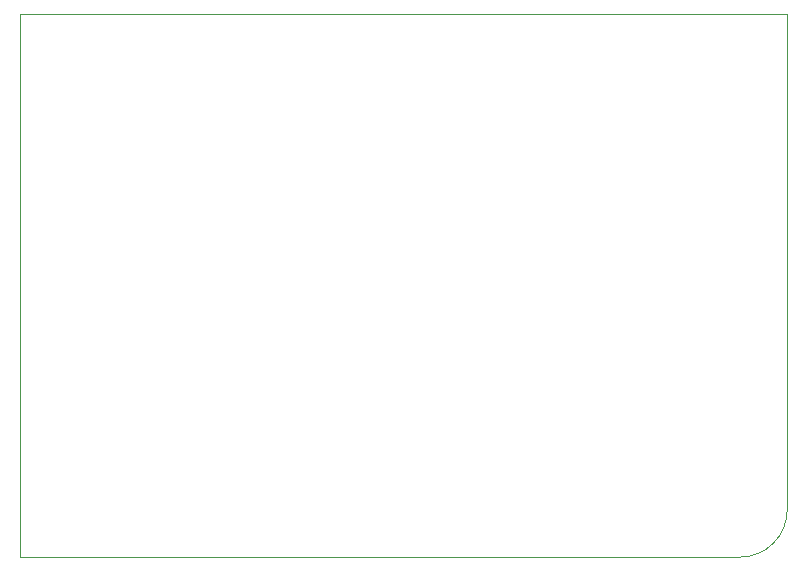
<source format=gbr>
%TF.GenerationSoftware,KiCad,Pcbnew,8.0.8*%
%TF.CreationDate,2025-02-24T19:59:05+00:00*%
%TF.ProjectId,jacks-n-dac,6a61636b-732d-46e2-9d64-61632e6b6963,rev?*%
%TF.SameCoordinates,Original*%
%TF.FileFunction,Profile,NP*%
%FSLAX46Y46*%
G04 Gerber Fmt 4.6, Leading zero omitted, Abs format (unit mm)*
G04 Created by KiCad (PCBNEW 8.0.8) date 2025-02-24 19:59:05*
%MOMM*%
%LPD*%
G01*
G04 APERTURE LIST*
%TA.AperFunction,Profile*%
%ADD10C,0.050000*%
%TD*%
G04 APERTURE END LIST*
D10*
X99000000Y-91000000D02*
X159980000Y-90999999D01*
X164000049Y-87000000D02*
G75*
G02*
X159980000Y-90999999I-4000049J0D01*
G01*
X99000000Y-45000000D02*
X99000000Y-91000000D01*
X164000000Y-45000000D02*
X99000000Y-45000000D01*
X164000049Y-87000000D02*
X164000000Y-45000000D01*
M02*

</source>
